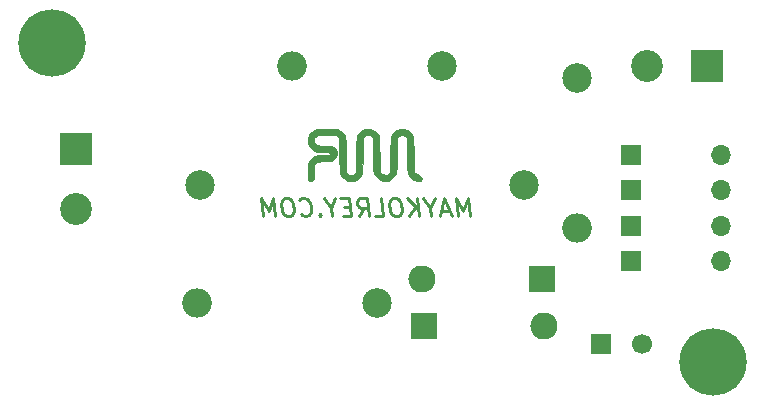
<source format=gbr>
%TF.GenerationSoftware,KiCad,Pcbnew,(5.1.6)-1*%
%TF.CreationDate,2020-09-05T12:43:39-05:00*%
%TF.ProjectId,fuente-sin-transformador,6675656e-7465-42d7-9369-6e2d7472616e,rev?*%
%TF.SameCoordinates,Original*%
%TF.FileFunction,Soldermask,Bot*%
%TF.FilePolarity,Negative*%
%FSLAX46Y46*%
G04 Gerber Fmt 4.6, Leading zero omitted, Abs format (unit mm)*
G04 Created by KiCad (PCBNEW (5.1.6)-1) date 2020-09-05 12:43:39*
%MOMM*%
%LPD*%
G01*
G04 APERTURE LIST*
%ADD10C,0.250000*%
%ADD11C,0.010000*%
%ADD12C,5.700000*%
%ADD13O,1.700000X1.700000*%
%ADD14R,1.700000X1.700000*%
%ADD15O,2.500000X2.500000*%
%ADD16C,2.500000*%
%ADD17C,2.700000*%
%ADD18R,2.700000X2.700000*%
%ADD19O,2.300000X2.300000*%
%ADD20R,2.300000X2.300000*%
%ADD21C,1.700000*%
G04 APERTURE END LIST*
D10*
X152902008Y-94178571D02*
X152714508Y-92678571D01*
X152348437Y-93750000D01*
X151714508Y-92678571D01*
X151902008Y-94178571D01*
X151205580Y-93750000D02*
X150491294Y-93750000D01*
X151402008Y-94178571D02*
X150714508Y-92678571D01*
X150402008Y-94178571D01*
X149527008Y-93464285D02*
X149616294Y-94178571D01*
X149928794Y-92678571D02*
X149527008Y-93464285D01*
X148928794Y-92678571D01*
X148616294Y-94178571D02*
X148428794Y-92678571D01*
X147759151Y-94178571D02*
X148294866Y-93321428D01*
X147571651Y-92678571D02*
X148535937Y-93535714D01*
X146643080Y-92678571D02*
X146357366Y-92678571D01*
X146223437Y-92750000D01*
X146098437Y-92892857D01*
X146062723Y-93178571D01*
X146125223Y-93678571D01*
X146232366Y-93964285D01*
X146393080Y-94107142D01*
X146544866Y-94178571D01*
X146830580Y-94178571D01*
X146964508Y-94107142D01*
X147089508Y-93964285D01*
X147125223Y-93678571D01*
X147062723Y-93178571D01*
X146955580Y-92892857D01*
X146794866Y-92750000D01*
X146643080Y-92678571D01*
X144830580Y-94178571D02*
X145544866Y-94178571D01*
X145357366Y-92678571D01*
X143473437Y-94178571D02*
X143884151Y-93464285D01*
X144330580Y-94178571D02*
X144143080Y-92678571D01*
X143571651Y-92678571D01*
X143437723Y-92750000D01*
X143375223Y-92821428D01*
X143321651Y-92964285D01*
X143348437Y-93178571D01*
X143437723Y-93321428D01*
X143518080Y-93392857D01*
X143669866Y-93464285D01*
X144241294Y-93464285D01*
X142732366Y-93392857D02*
X142232366Y-93392857D01*
X142116294Y-94178571D02*
X142830580Y-94178571D01*
X142643080Y-92678571D01*
X141928794Y-92678571D01*
X141098437Y-93464285D02*
X141187723Y-94178571D01*
X141500223Y-92678571D02*
X141098437Y-93464285D01*
X140500223Y-92678571D01*
X140169866Y-94035714D02*
X140107366Y-94107142D01*
X140187723Y-94178571D01*
X140250223Y-94107142D01*
X140169866Y-94035714D01*
X140187723Y-94178571D01*
X138598437Y-94035714D02*
X138678794Y-94107142D01*
X138902008Y-94178571D01*
X139044866Y-94178571D01*
X139250223Y-94107142D01*
X139375223Y-93964285D01*
X139428794Y-93821428D01*
X139464508Y-93535714D01*
X139437723Y-93321428D01*
X139330580Y-93035714D01*
X139241294Y-92892857D01*
X139080580Y-92750000D01*
X138857366Y-92678571D01*
X138714508Y-92678571D01*
X138509151Y-92750000D01*
X138446651Y-92821428D01*
X137500223Y-92678571D02*
X137214508Y-92678571D01*
X137080580Y-92750000D01*
X136955580Y-92892857D01*
X136919866Y-93178571D01*
X136982366Y-93678571D01*
X137089508Y-93964285D01*
X137250223Y-94107142D01*
X137402008Y-94178571D01*
X137687723Y-94178571D01*
X137821651Y-94107142D01*
X137946651Y-93964285D01*
X137982366Y-93678571D01*
X137919866Y-93178571D01*
X137812723Y-92892857D01*
X137652008Y-92750000D01*
X137500223Y-92678571D01*
X136402008Y-94178571D02*
X136214508Y-92678571D01*
X135848437Y-93750000D01*
X135214508Y-92678571D01*
X135402008Y-94178571D01*
D11*
%TO.C,G\u002A\u002A\u002A*%
G36*
X140492493Y-86778455D02*
G01*
X140267608Y-86782416D01*
X140088603Y-86791026D01*
X139946675Y-86805927D01*
X139833021Y-86828763D01*
X139738840Y-86861176D01*
X139655327Y-86904809D01*
X139573680Y-86961305D01*
X139508011Y-87013405D01*
X139350031Y-87180554D01*
X139242832Y-87374409D01*
X139184996Y-87585516D01*
X139175103Y-87804425D01*
X139211734Y-88021684D01*
X139293470Y-88227841D01*
X139418890Y-88413445D01*
X139586577Y-88569043D01*
X139756552Y-88668500D01*
X139824375Y-88696982D01*
X139893351Y-88718323D01*
X139975222Y-88734102D01*
X140081729Y-88745896D01*
X140224616Y-88755284D01*
X140415624Y-88763844D01*
X140486124Y-88766565D01*
X140708181Y-88776169D01*
X140873463Y-88787157D01*
X140988693Y-88801389D01*
X141060594Y-88820725D01*
X141095888Y-88847025D01*
X141101299Y-88882150D01*
X141083550Y-88927960D01*
X141081742Y-88931376D01*
X141065461Y-88953904D01*
X141038123Y-88970635D01*
X140990544Y-88982714D01*
X140913544Y-88991289D01*
X140797942Y-88997504D01*
X140634555Y-89002505D01*
X140484227Y-89005954D01*
X140233287Y-89013990D01*
X140034942Y-89028276D01*
X139878350Y-89052220D01*
X139752668Y-89089228D01*
X139647056Y-89142708D01*
X139550671Y-89216065D01*
X139452671Y-89312706D01*
X139430035Y-89337193D01*
X139350981Y-89429035D01*
X139290097Y-89516692D01*
X139244938Y-89610350D01*
X139213058Y-89720196D01*
X139192012Y-89856416D01*
X139179354Y-90029195D01*
X139172640Y-90248721D01*
X139170327Y-90418984D01*
X139168876Y-90636455D01*
X139169843Y-90799779D01*
X139173861Y-90918287D01*
X139181564Y-91001308D01*
X139193586Y-91058170D01*
X139210558Y-91098203D01*
X139217178Y-91109042D01*
X139302207Y-91187889D01*
X139409843Y-91219160D01*
X139520686Y-91202897D01*
X139615335Y-91139144D01*
X139639434Y-91108110D01*
X139660067Y-91067739D01*
X139674300Y-91013155D01*
X139682967Y-90933760D01*
X139686900Y-90818956D01*
X139686931Y-90658145D01*
X139685268Y-90524837D01*
X139684556Y-90276886D01*
X139691704Y-90083672D01*
X139707907Y-89936783D01*
X139734362Y-89827808D01*
X139772265Y-89748335D01*
X139800941Y-89711376D01*
X139850712Y-89659082D01*
X139897253Y-89619865D01*
X139950521Y-89591555D01*
X140020469Y-89571985D01*
X140117055Y-89558987D01*
X140250233Y-89550394D01*
X140429959Y-89544037D01*
X140589080Y-89539750D01*
X141200752Y-89523875D01*
X141338314Y-89427215D01*
X141486087Y-89289535D01*
X141582431Y-89127899D01*
X141628756Y-88952707D01*
X141626478Y-88774359D01*
X141577007Y-88603254D01*
X141481758Y-88449791D01*
X141342144Y-88324370D01*
X141177450Y-88243277D01*
X141100804Y-88228656D01*
X140971054Y-88217210D01*
X140798541Y-88209558D01*
X140593610Y-88206317D01*
X140557830Y-88206250D01*
X140358790Y-88205302D01*
X140212005Y-88201747D01*
X140106246Y-88194518D01*
X140030286Y-88182548D01*
X139972897Y-88164769D01*
X139935505Y-88147096D01*
X139810103Y-88046053D01*
X139731571Y-87907039D01*
X139705925Y-87741137D01*
X139733317Y-87582918D01*
X139813137Y-87458100D01*
X139913913Y-87379352D01*
X139950432Y-87359776D01*
X139993246Y-87344800D01*
X140050871Y-87333814D01*
X140131828Y-87326208D01*
X140244633Y-87321371D01*
X140397806Y-87318693D01*
X140599865Y-87317564D01*
X140779145Y-87317368D01*
X141542914Y-87317250D01*
X141651364Y-87397262D01*
X141728032Y-87460947D01*
X141784021Y-87519955D01*
X141792470Y-87532199D01*
X141800970Y-87577991D01*
X141809095Y-87684194D01*
X141816745Y-87847716D01*
X141823821Y-88065471D01*
X141830226Y-88334367D01*
X141835858Y-88651316D01*
X141840621Y-89013228D01*
X141841000Y-89047625D01*
X141856875Y-90508125D01*
X141941025Y-90666875D01*
X142088418Y-90881372D01*
X142277543Y-91052636D01*
X142403891Y-91129224D01*
X142564232Y-91184306D01*
X142756512Y-91210115D01*
X142956577Y-91206451D01*
X143140274Y-91173111D01*
X143238000Y-91136154D01*
X143431744Y-91008493D01*
X143600622Y-90834471D01*
X143708873Y-90668704D01*
X143793625Y-90508125D01*
X143809500Y-89047625D01*
X143813276Y-88696722D01*
X143816784Y-88403620D01*
X143820742Y-88162624D01*
X143825870Y-87968042D01*
X143832886Y-87814182D01*
X143842508Y-87695350D01*
X143855456Y-87605853D01*
X143872448Y-87539999D01*
X143894202Y-87492096D01*
X143921437Y-87456449D01*
X143954872Y-87427367D01*
X143995226Y-87399157D01*
X144019681Y-87382601D01*
X144097112Y-87338719D01*
X144176734Y-87320691D01*
X144286756Y-87322699D01*
X144303598Y-87324031D01*
X144420863Y-87340593D01*
X144503089Y-87374193D01*
X144578519Y-87436577D01*
X144581621Y-87439664D01*
X144682625Y-87540617D01*
X144699792Y-88992621D01*
X144703995Y-89336177D01*
X144707955Y-89622239D01*
X144711973Y-89856813D01*
X144716350Y-90045901D01*
X144721386Y-90195510D01*
X144727384Y-90311642D01*
X144734644Y-90400302D01*
X144743467Y-90467494D01*
X144754154Y-90519224D01*
X144767007Y-90561494D01*
X144780146Y-90595156D01*
X144901828Y-90808443D01*
X145069909Y-90990992D01*
X145241349Y-91111632D01*
X145331907Y-91158259D01*
X145411090Y-91186597D01*
X145500318Y-91201095D01*
X145621009Y-91206202D01*
X145698625Y-91206625D01*
X145842845Y-91204492D01*
X145944991Y-91195150D01*
X146026431Y-91174184D01*
X146108530Y-91137180D01*
X146154410Y-91112445D01*
X146338482Y-90982625D01*
X146493694Y-90818743D01*
X146604646Y-90637846D01*
X146623021Y-90593676D01*
X146636490Y-90552210D01*
X146647860Y-90501575D01*
X146657404Y-90435840D01*
X146665396Y-90349073D01*
X146672111Y-90235341D01*
X146677822Y-90088713D01*
X146682804Y-89903257D01*
X146687330Y-89673041D01*
X146691675Y-89392132D01*
X146696111Y-89054600D01*
X146696843Y-88995339D01*
X146701132Y-88653884D01*
X146705066Y-88370235D01*
X146708950Y-88138702D01*
X146713087Y-87953595D01*
X146717783Y-87809224D01*
X146723340Y-87699898D01*
X146730063Y-87619927D01*
X146738257Y-87563622D01*
X146748225Y-87525291D01*
X146760271Y-87499245D01*
X146774700Y-87479793D01*
X146778051Y-87476026D01*
X146907612Y-87375161D01*
X147057673Y-87324844D01*
X147213828Y-87324203D01*
X147361669Y-87372363D01*
X147486793Y-87468452D01*
X147528173Y-87521487D01*
X147538980Y-87549177D01*
X147548287Y-87600645D01*
X147556287Y-87680849D01*
X147563175Y-87794747D01*
X147569145Y-87947297D01*
X147574388Y-88143458D01*
X147579100Y-88388188D01*
X147583474Y-88686445D01*
X147587702Y-89043187D01*
X147587750Y-89047625D01*
X147591546Y-89390243D01*
X147595032Y-89675312D01*
X147598531Y-89908779D01*
X147602367Y-90096593D01*
X147606862Y-90244702D01*
X147612341Y-90359051D01*
X147619126Y-90445591D01*
X147627541Y-90510268D01*
X147637909Y-90559030D01*
X147650553Y-90597824D01*
X147665797Y-90632599D01*
X147674906Y-90651164D01*
X147808386Y-90855201D01*
X147981743Y-91020964D01*
X148184248Y-91140933D01*
X148405169Y-91207590D01*
X148482016Y-91216733D01*
X148590438Y-91220992D01*
X148659569Y-91210008D01*
X148712967Y-91177629D01*
X148744413Y-91148224D01*
X148813546Y-91043014D01*
X148826451Y-90933297D01*
X148788200Y-90831129D01*
X148703869Y-90748561D01*
X148578531Y-90697648D01*
X148552741Y-90692888D01*
X148371908Y-90642121D01*
X148241631Y-90553665D01*
X148199237Y-90501000D01*
X148185924Y-90476185D01*
X148174732Y-90442047D01*
X148165394Y-90392883D01*
X148157643Y-90322990D01*
X148151212Y-90226664D01*
X148145835Y-90098203D01*
X148141242Y-89931904D01*
X148137168Y-89722064D01*
X148133346Y-89462981D01*
X148129507Y-89148950D01*
X148127500Y-88969723D01*
X148123659Y-88628430D01*
X148120089Y-88344623D01*
X148116473Y-88112291D01*
X148112492Y-87925421D01*
X148107829Y-87778002D01*
X148102163Y-87664023D01*
X148095177Y-87577471D01*
X148086552Y-87512337D01*
X148075970Y-87462607D01*
X148063112Y-87422271D01*
X148047660Y-87385317D01*
X148043017Y-87375172D01*
X147910307Y-87157785D01*
X147736930Y-86985523D01*
X147529481Y-86863039D01*
X147294559Y-86794988D01*
X147206296Y-86784837D01*
X146958326Y-86797316D01*
X146727641Y-86868022D01*
X146522758Y-86992384D01*
X146352196Y-87165830D01*
X146273262Y-87285500D01*
X146174875Y-87460125D01*
X146159000Y-88920625D01*
X146154423Y-89295385D01*
X146149426Y-89610335D01*
X146143876Y-89869165D01*
X146137643Y-90075564D01*
X146130592Y-90233222D01*
X146122593Y-90345827D01*
X146113511Y-90417069D01*
X146104154Y-90449137D01*
X146054519Y-90513675D01*
X145980825Y-90587616D01*
X145962797Y-90603302D01*
X145895838Y-90652808D01*
X145831713Y-90676226D01*
X145744763Y-90680092D01*
X145676766Y-90676169D01*
X145511819Y-90643538D01*
X145386875Y-90567911D01*
X145290898Y-90444625D01*
X145280876Y-90402811D01*
X145271892Y-90312299D01*
X145263863Y-90170742D01*
X145256709Y-89975796D01*
X145250349Y-89725114D01*
X145244701Y-89416350D01*
X145239684Y-89047159D01*
X145238250Y-88920625D01*
X145234448Y-88577926D01*
X145230948Y-88292824D01*
X145227433Y-88059418D01*
X145223586Y-87871806D01*
X145219090Y-87724088D01*
X145213627Y-87610363D01*
X145206879Y-87524731D01*
X145198531Y-87461291D01*
X145188263Y-87414141D01*
X145175759Y-87377382D01*
X145160702Y-87345113D01*
X145152709Y-87329923D01*
X145010428Y-87123210D01*
X144836643Y-86965304D01*
X144639829Y-86855983D01*
X144428465Y-86795026D01*
X144211028Y-86782212D01*
X143995995Y-86817320D01*
X143791844Y-86900128D01*
X143607052Y-87030416D01*
X143450097Y-87207962D01*
X143353486Y-87376863D01*
X143337443Y-87413695D01*
X143324051Y-87452618D01*
X143312994Y-87499642D01*
X143303955Y-87560777D01*
X143296618Y-87642031D01*
X143290666Y-87749415D01*
X143285784Y-87888938D01*
X143281656Y-88066609D01*
X143277965Y-88288438D01*
X143274394Y-88560434D01*
X143270629Y-88888608D01*
X143269750Y-88968250D01*
X143265356Y-89330438D01*
X143260696Y-89633720D01*
X143255596Y-89882689D01*
X143249884Y-90081939D01*
X143243383Y-90236062D01*
X143235920Y-90349653D01*
X143227321Y-90427305D01*
X143217411Y-90473611D01*
X143212162Y-90486011D01*
X143119092Y-90589799D01*
X142990169Y-90656101D01*
X142842986Y-90681716D01*
X142695139Y-90663444D01*
X142570387Y-90602737D01*
X142493719Y-90539052D01*
X142437730Y-90480044D01*
X142429281Y-90467800D01*
X142420748Y-90421966D01*
X142412590Y-90315782D01*
X142404909Y-90152400D01*
X142397807Y-89934970D01*
X142391385Y-89666643D01*
X142385745Y-89350567D01*
X142380991Y-88989895D01*
X142380750Y-88968250D01*
X142376956Y-88627940D01*
X142373499Y-88345057D01*
X142370035Y-88113532D01*
X142366219Y-87927296D01*
X142361706Y-87780280D01*
X142356152Y-87666415D01*
X142349213Y-87579631D01*
X142340544Y-87513860D01*
X142329801Y-87463032D01*
X142316639Y-87421078D01*
X142300713Y-87381929D01*
X142289253Y-87356298D01*
X142196358Y-87203670D01*
X142064710Y-87055464D01*
X141912718Y-86928912D01*
X141758792Y-86841244D01*
X141725347Y-86828493D01*
X141665891Y-86812007D01*
X141590790Y-86799335D01*
X141491680Y-86790032D01*
X141360199Y-86783649D01*
X141187983Y-86779738D01*
X140966669Y-86777853D01*
X140772060Y-86777499D01*
X140492493Y-86778455D01*
G37*
X140492493Y-86778455D02*
X140267608Y-86782416D01*
X140088603Y-86791026D01*
X139946675Y-86805927D01*
X139833021Y-86828763D01*
X139738840Y-86861176D01*
X139655327Y-86904809D01*
X139573680Y-86961305D01*
X139508011Y-87013405D01*
X139350031Y-87180554D01*
X139242832Y-87374409D01*
X139184996Y-87585516D01*
X139175103Y-87804425D01*
X139211734Y-88021684D01*
X139293470Y-88227841D01*
X139418890Y-88413445D01*
X139586577Y-88569043D01*
X139756552Y-88668500D01*
X139824375Y-88696982D01*
X139893351Y-88718323D01*
X139975222Y-88734102D01*
X140081729Y-88745896D01*
X140224616Y-88755284D01*
X140415624Y-88763844D01*
X140486124Y-88766565D01*
X140708181Y-88776169D01*
X140873463Y-88787157D01*
X140988693Y-88801389D01*
X141060594Y-88820725D01*
X141095888Y-88847025D01*
X141101299Y-88882150D01*
X141083550Y-88927960D01*
X141081742Y-88931376D01*
X141065461Y-88953904D01*
X141038123Y-88970635D01*
X140990544Y-88982714D01*
X140913544Y-88991289D01*
X140797942Y-88997504D01*
X140634555Y-89002505D01*
X140484227Y-89005954D01*
X140233287Y-89013990D01*
X140034942Y-89028276D01*
X139878350Y-89052220D01*
X139752668Y-89089228D01*
X139647056Y-89142708D01*
X139550671Y-89216065D01*
X139452671Y-89312706D01*
X139430035Y-89337193D01*
X139350981Y-89429035D01*
X139290097Y-89516692D01*
X139244938Y-89610350D01*
X139213058Y-89720196D01*
X139192012Y-89856416D01*
X139179354Y-90029195D01*
X139172640Y-90248721D01*
X139170327Y-90418984D01*
X139168876Y-90636455D01*
X139169843Y-90799779D01*
X139173861Y-90918287D01*
X139181564Y-91001308D01*
X139193586Y-91058170D01*
X139210558Y-91098203D01*
X139217178Y-91109042D01*
X139302207Y-91187889D01*
X139409843Y-91219160D01*
X139520686Y-91202897D01*
X139615335Y-91139144D01*
X139639434Y-91108110D01*
X139660067Y-91067739D01*
X139674300Y-91013155D01*
X139682967Y-90933760D01*
X139686900Y-90818956D01*
X139686931Y-90658145D01*
X139685268Y-90524837D01*
X139684556Y-90276886D01*
X139691704Y-90083672D01*
X139707907Y-89936783D01*
X139734362Y-89827808D01*
X139772265Y-89748335D01*
X139800941Y-89711376D01*
X139850712Y-89659082D01*
X139897253Y-89619865D01*
X139950521Y-89591555D01*
X140020469Y-89571985D01*
X140117055Y-89558987D01*
X140250233Y-89550394D01*
X140429959Y-89544037D01*
X140589080Y-89539750D01*
X141200752Y-89523875D01*
X141338314Y-89427215D01*
X141486087Y-89289535D01*
X141582431Y-89127899D01*
X141628756Y-88952707D01*
X141626478Y-88774359D01*
X141577007Y-88603254D01*
X141481758Y-88449791D01*
X141342144Y-88324370D01*
X141177450Y-88243277D01*
X141100804Y-88228656D01*
X140971054Y-88217210D01*
X140798541Y-88209558D01*
X140593610Y-88206317D01*
X140557830Y-88206250D01*
X140358790Y-88205302D01*
X140212005Y-88201747D01*
X140106246Y-88194518D01*
X140030286Y-88182548D01*
X139972897Y-88164769D01*
X139935505Y-88147096D01*
X139810103Y-88046053D01*
X139731571Y-87907039D01*
X139705925Y-87741137D01*
X139733317Y-87582918D01*
X139813137Y-87458100D01*
X139913913Y-87379352D01*
X139950432Y-87359776D01*
X139993246Y-87344800D01*
X140050871Y-87333814D01*
X140131828Y-87326208D01*
X140244633Y-87321371D01*
X140397806Y-87318693D01*
X140599865Y-87317564D01*
X140779145Y-87317368D01*
X141542914Y-87317250D01*
X141651364Y-87397262D01*
X141728032Y-87460947D01*
X141784021Y-87519955D01*
X141792470Y-87532199D01*
X141800970Y-87577991D01*
X141809095Y-87684194D01*
X141816745Y-87847716D01*
X141823821Y-88065471D01*
X141830226Y-88334367D01*
X141835858Y-88651316D01*
X141840621Y-89013228D01*
X141841000Y-89047625D01*
X141856875Y-90508125D01*
X141941025Y-90666875D01*
X142088418Y-90881372D01*
X142277543Y-91052636D01*
X142403891Y-91129224D01*
X142564232Y-91184306D01*
X142756512Y-91210115D01*
X142956577Y-91206451D01*
X143140274Y-91173111D01*
X143238000Y-91136154D01*
X143431744Y-91008493D01*
X143600622Y-90834471D01*
X143708873Y-90668704D01*
X143793625Y-90508125D01*
X143809500Y-89047625D01*
X143813276Y-88696722D01*
X143816784Y-88403620D01*
X143820742Y-88162624D01*
X143825870Y-87968042D01*
X143832886Y-87814182D01*
X143842508Y-87695350D01*
X143855456Y-87605853D01*
X143872448Y-87539999D01*
X143894202Y-87492096D01*
X143921437Y-87456449D01*
X143954872Y-87427367D01*
X143995226Y-87399157D01*
X144019681Y-87382601D01*
X144097112Y-87338719D01*
X144176734Y-87320691D01*
X144286756Y-87322699D01*
X144303598Y-87324031D01*
X144420863Y-87340593D01*
X144503089Y-87374193D01*
X144578519Y-87436577D01*
X144581621Y-87439664D01*
X144682625Y-87540617D01*
X144699792Y-88992621D01*
X144703995Y-89336177D01*
X144707955Y-89622239D01*
X144711973Y-89856813D01*
X144716350Y-90045901D01*
X144721386Y-90195510D01*
X144727384Y-90311642D01*
X144734644Y-90400302D01*
X144743467Y-90467494D01*
X144754154Y-90519224D01*
X144767007Y-90561494D01*
X144780146Y-90595156D01*
X144901828Y-90808443D01*
X145069909Y-90990992D01*
X145241349Y-91111632D01*
X145331907Y-91158259D01*
X145411090Y-91186597D01*
X145500318Y-91201095D01*
X145621009Y-91206202D01*
X145698625Y-91206625D01*
X145842845Y-91204492D01*
X145944991Y-91195150D01*
X146026431Y-91174184D01*
X146108530Y-91137180D01*
X146154410Y-91112445D01*
X146338482Y-90982625D01*
X146493694Y-90818743D01*
X146604646Y-90637846D01*
X146623021Y-90593676D01*
X146636490Y-90552210D01*
X146647860Y-90501575D01*
X146657404Y-90435840D01*
X146665396Y-90349073D01*
X146672111Y-90235341D01*
X146677822Y-90088713D01*
X146682804Y-89903257D01*
X146687330Y-89673041D01*
X146691675Y-89392132D01*
X146696111Y-89054600D01*
X146696843Y-88995339D01*
X146701132Y-88653884D01*
X146705066Y-88370235D01*
X146708950Y-88138702D01*
X146713087Y-87953595D01*
X146717783Y-87809224D01*
X146723340Y-87699898D01*
X146730063Y-87619927D01*
X146738257Y-87563622D01*
X146748225Y-87525291D01*
X146760271Y-87499245D01*
X146774700Y-87479793D01*
X146778051Y-87476026D01*
X146907612Y-87375161D01*
X147057673Y-87324844D01*
X147213828Y-87324203D01*
X147361669Y-87372363D01*
X147486793Y-87468452D01*
X147528173Y-87521487D01*
X147538980Y-87549177D01*
X147548287Y-87600645D01*
X147556287Y-87680849D01*
X147563175Y-87794747D01*
X147569145Y-87947297D01*
X147574388Y-88143458D01*
X147579100Y-88388188D01*
X147583474Y-88686445D01*
X147587702Y-89043187D01*
X147587750Y-89047625D01*
X147591546Y-89390243D01*
X147595032Y-89675312D01*
X147598531Y-89908779D01*
X147602367Y-90096593D01*
X147606862Y-90244702D01*
X147612341Y-90359051D01*
X147619126Y-90445591D01*
X147627541Y-90510268D01*
X147637909Y-90559030D01*
X147650553Y-90597824D01*
X147665797Y-90632599D01*
X147674906Y-90651164D01*
X147808386Y-90855201D01*
X147981743Y-91020964D01*
X148184248Y-91140933D01*
X148405169Y-91207590D01*
X148482016Y-91216733D01*
X148590438Y-91220992D01*
X148659569Y-91210008D01*
X148712967Y-91177629D01*
X148744413Y-91148224D01*
X148813546Y-91043014D01*
X148826451Y-90933297D01*
X148788200Y-90831129D01*
X148703869Y-90748561D01*
X148578531Y-90697648D01*
X148552741Y-90692888D01*
X148371908Y-90642121D01*
X148241631Y-90553665D01*
X148199237Y-90501000D01*
X148185924Y-90476185D01*
X148174732Y-90442047D01*
X148165394Y-90392883D01*
X148157643Y-90322990D01*
X148151212Y-90226664D01*
X148145835Y-90098203D01*
X148141242Y-89931904D01*
X148137168Y-89722064D01*
X148133346Y-89462981D01*
X148129507Y-89148950D01*
X148127500Y-88969723D01*
X148123659Y-88628430D01*
X148120089Y-88344623D01*
X148116473Y-88112291D01*
X148112492Y-87925421D01*
X148107829Y-87778002D01*
X148102163Y-87664023D01*
X148095177Y-87577471D01*
X148086552Y-87512337D01*
X148075970Y-87462607D01*
X148063112Y-87422271D01*
X148047660Y-87385317D01*
X148043017Y-87375172D01*
X147910307Y-87157785D01*
X147736930Y-86985523D01*
X147529481Y-86863039D01*
X147294559Y-86794988D01*
X147206296Y-86784837D01*
X146958326Y-86797316D01*
X146727641Y-86868022D01*
X146522758Y-86992384D01*
X146352196Y-87165830D01*
X146273262Y-87285500D01*
X146174875Y-87460125D01*
X146159000Y-88920625D01*
X146154423Y-89295385D01*
X146149426Y-89610335D01*
X146143876Y-89869165D01*
X146137643Y-90075564D01*
X146130592Y-90233222D01*
X146122593Y-90345827D01*
X146113511Y-90417069D01*
X146104154Y-90449137D01*
X146054519Y-90513675D01*
X145980825Y-90587616D01*
X145962797Y-90603302D01*
X145895838Y-90652808D01*
X145831713Y-90676226D01*
X145744763Y-90680092D01*
X145676766Y-90676169D01*
X145511819Y-90643538D01*
X145386875Y-90567911D01*
X145290898Y-90444625D01*
X145280876Y-90402811D01*
X145271892Y-90312299D01*
X145263863Y-90170742D01*
X145256709Y-89975796D01*
X145250349Y-89725114D01*
X145244701Y-89416350D01*
X145239684Y-89047159D01*
X145238250Y-88920625D01*
X145234448Y-88577926D01*
X145230948Y-88292824D01*
X145227433Y-88059418D01*
X145223586Y-87871806D01*
X145219090Y-87724088D01*
X145213627Y-87610363D01*
X145206879Y-87524731D01*
X145198531Y-87461291D01*
X145188263Y-87414141D01*
X145175759Y-87377382D01*
X145160702Y-87345113D01*
X145152709Y-87329923D01*
X145010428Y-87123210D01*
X144836643Y-86965304D01*
X144639829Y-86855983D01*
X144428465Y-86795026D01*
X144211028Y-86782212D01*
X143995995Y-86817320D01*
X143791844Y-86900128D01*
X143607052Y-87030416D01*
X143450097Y-87207962D01*
X143353486Y-87376863D01*
X143337443Y-87413695D01*
X143324051Y-87452618D01*
X143312994Y-87499642D01*
X143303955Y-87560777D01*
X143296618Y-87642031D01*
X143290666Y-87749415D01*
X143285784Y-87888938D01*
X143281656Y-88066609D01*
X143277965Y-88288438D01*
X143274394Y-88560434D01*
X143270629Y-88888608D01*
X143269750Y-88968250D01*
X143265356Y-89330438D01*
X143260696Y-89633720D01*
X143255596Y-89882689D01*
X143249884Y-90081939D01*
X143243383Y-90236062D01*
X143235920Y-90349653D01*
X143227321Y-90427305D01*
X143217411Y-90473611D01*
X143212162Y-90486011D01*
X143119092Y-90589799D01*
X142990169Y-90656101D01*
X142842986Y-90681716D01*
X142695139Y-90663444D01*
X142570387Y-90602737D01*
X142493719Y-90539052D01*
X142437730Y-90480044D01*
X142429281Y-90467800D01*
X142420748Y-90421966D01*
X142412590Y-90315782D01*
X142404909Y-90152400D01*
X142397807Y-89934970D01*
X142391385Y-89666643D01*
X142385745Y-89350567D01*
X142380991Y-88989895D01*
X142380750Y-88968250D01*
X142376956Y-88627940D01*
X142373499Y-88345057D01*
X142370035Y-88113532D01*
X142366219Y-87927296D01*
X142361706Y-87780280D01*
X142356152Y-87666415D01*
X142349213Y-87579631D01*
X142340544Y-87513860D01*
X142329801Y-87463032D01*
X142316639Y-87421078D01*
X142300713Y-87381929D01*
X142289253Y-87356298D01*
X142196358Y-87203670D01*
X142064710Y-87055464D01*
X141912718Y-86928912D01*
X141758792Y-86841244D01*
X141725347Y-86828493D01*
X141665891Y-86812007D01*
X141590790Y-86799335D01*
X141491680Y-86790032D01*
X141360199Y-86783649D01*
X141187983Y-86779738D01*
X140966669Y-86777853D01*
X140772060Y-86777499D01*
X140492493Y-86778455D01*
%TD*%
D12*
%TO.C,J4*%
X173500000Y-106500000D03*
%TD*%
%TO.C,J3*%
X117500000Y-79500000D03*
%TD*%
D13*
%TO.C,D6*%
X174120000Y-98000000D03*
D14*
X166500000Y-98000000D03*
%TD*%
D13*
%TO.C,D5*%
X174120000Y-95050000D03*
D14*
X166500000Y-95050000D03*
%TD*%
D13*
%TO.C,D4*%
X174120000Y-92000000D03*
D14*
X166500000Y-92000000D03*
%TD*%
D15*
%TO.C,R3*%
X162000000Y-95200000D03*
D16*
X162000000Y-82500000D03*
%TD*%
D15*
%TO.C,R2*%
X129760000Y-101500000D03*
D16*
X145000000Y-101500000D03*
%TD*%
D15*
%TO.C,R1*%
X137800000Y-81500000D03*
D16*
X150500000Y-81500000D03*
%TD*%
D17*
%TO.C,J2*%
X167920000Y-81500000D03*
D18*
X173000000Y-81500000D03*
%TD*%
D17*
%TO.C,J1*%
X119500000Y-93580000D03*
D18*
X119500000Y-88500000D03*
%TD*%
D13*
%TO.C,D3*%
X174120000Y-89000000D03*
D14*
X166500000Y-89000000D03*
%TD*%
D19*
%TO.C,D2*%
X148840000Y-99500000D03*
D20*
X159000000Y-99500000D03*
%TD*%
D19*
%TO.C,D1*%
X159160000Y-103500000D03*
D20*
X149000000Y-103500000D03*
%TD*%
D21*
%TO.C,C2*%
X167500000Y-105000000D03*
D14*
X164000000Y-105000000D03*
%TD*%
D16*
%TO.C,C1*%
X130000000Y-91500000D03*
X157500000Y-91500000D03*
%TD*%
M02*

</source>
